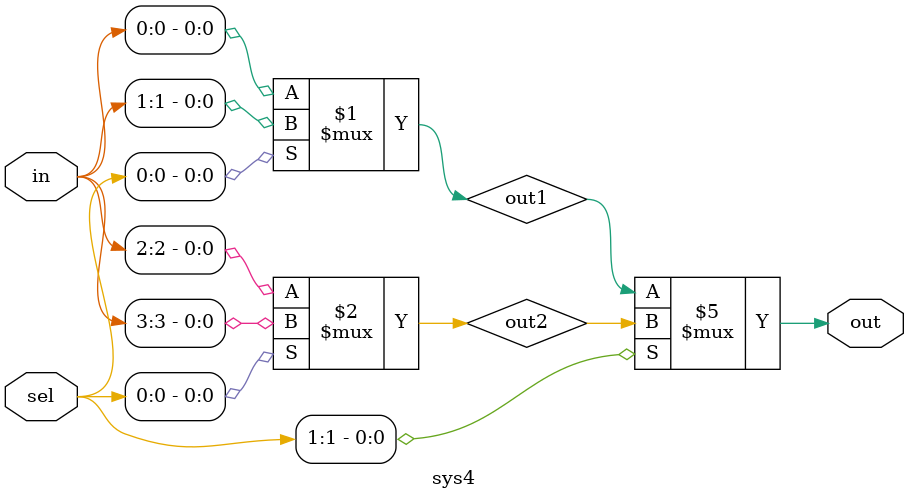
<source format=v>
module sys4 (out,in,sel);

output reg out;
input [1:0] sel;
input [3:0] in;
wire out1,out2;

assign out1 = sel[0] ? in[1] : in[0];
assign out2 = sel[0] ? in[3] : in[2];

always @(sel,in)
begin
if (sel[1]) begin out = out2; end
else			begin out = out1; end
end

endmodule

</source>
